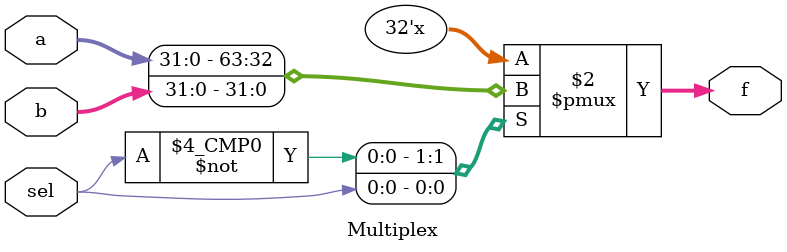
<source format=sv>
module Multiplex (output logic [31:0] f,
			input logic [31:0] a,b,
			input logic sel);
			
			always @ (sel)
			begin
				case(sel)
				1'b0:begin
				f = a;
				end
				1'b1:begin
				f = b;
				end
				endcase
			end
endmodule:Multiplex
</source>
